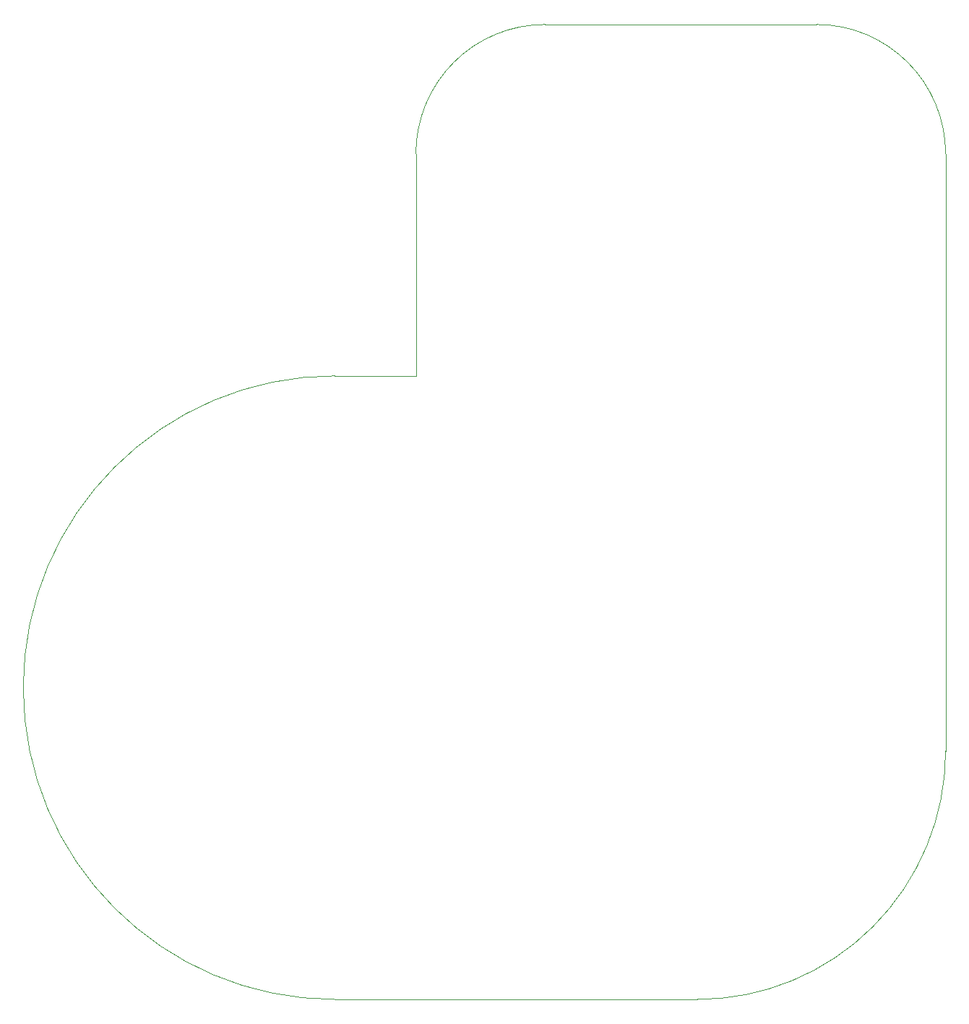
<source format=gbr>
%TF.GenerationSoftware,KiCad,Pcbnew,8.0.5*%
%TF.CreationDate,2025-02-17T01:38:54-08:00*%
%TF.ProjectId,eegw:ads1299,65656777-3a61-4647-9331-3239392e6b69,rev?*%
%TF.SameCoordinates,Original*%
%TF.FileFunction,Profile,NP*%
%FSLAX46Y46*%
G04 Gerber Fmt 4.6, Leading zero omitted, Abs format (unit mm)*
G04 Created by KiCad (PCBNEW 8.0.5) date 2025-02-17 01:38:54*
%MOMM*%
%LPD*%
G01*
G04 APERTURE LIST*
%TA.AperFunction,Profile*%
%ADD10C,0.050000*%
%TD*%
G04 APERTURE END LIST*
D10*
X130500000Y-86000000D02*
X121000000Y-86000000D01*
X177425527Y-44856644D02*
X145644044Y-44856644D01*
X130500000Y-60000000D02*
X130500000Y-86000000D01*
X177425527Y-44856644D02*
G75*
G02*
X192568856Y-60000000I-27J-15143356D01*
G01*
X121000000Y-159000000D02*
G75*
G02*
X121000000Y-86000000I0J36500000D01*
G01*
X121000000Y-159000000D02*
X163500000Y-159000000D01*
X192568883Y-129931117D02*
G75*
G02*
X163500000Y-159000003I-29068883J-3D01*
G01*
X130499312Y-60000000D02*
G75*
G02*
X145644044Y-44855952I15144048J0D01*
G01*
X192568883Y-129931117D02*
X192568883Y-60000000D01*
M02*

</source>
